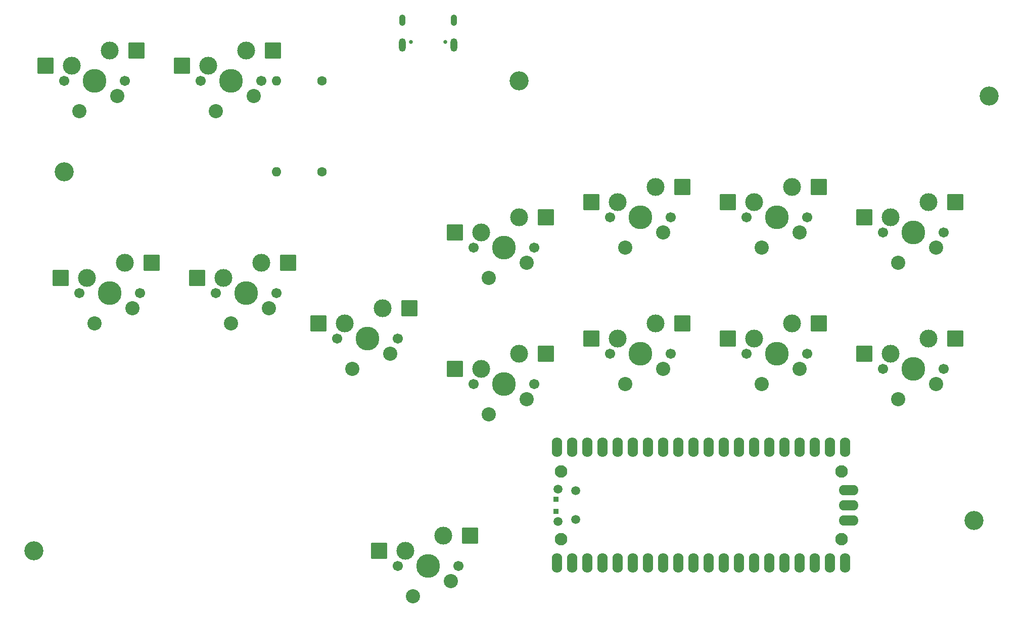
<source format=gbr>
%TF.GenerationSoftware,KiCad,Pcbnew,6.0.8-f2edbf62ab~116~ubuntu22.04.1*%
%TF.CreationDate,2022-10-10T15:37:59-06:00*%
%TF.ProjectId,PPP_pcb,5050505f-7063-4622-9e6b-696361645f70,rev?*%
%TF.SameCoordinates,Original*%
%TF.FileFunction,Soldermask,Bot*%
%TF.FilePolarity,Negative*%
%FSLAX46Y46*%
G04 Gerber Fmt 4.6, Leading zero omitted, Abs format (unit mm)*
G04 Created by KiCad (PCBNEW 6.0.8-f2edbf62ab~116~ubuntu22.04.1) date 2022-10-10 15:37:59*
%MOMM*%
%LPD*%
G01*
G04 APERTURE LIST*
G04 Aperture macros list*
%AMRoundRect*
0 Rectangle with rounded corners*
0 $1 Rounding radius*
0 $2 $3 $4 $5 $6 $7 $8 $9 X,Y pos of 4 corners*
0 Add a 4 corners polygon primitive as box body*
4,1,4,$2,$3,$4,$5,$6,$7,$8,$9,$2,$3,0*
0 Add four circle primitives for the rounded corners*
1,1,$1+$1,$2,$3*
1,1,$1+$1,$4,$5*
1,1,$1+$1,$6,$7*
1,1,$1+$1,$8,$9*
0 Add four rect primitives between the rounded corners*
20,1,$1+$1,$2,$3,$4,$5,0*
20,1,$1+$1,$4,$5,$6,$7,0*
20,1,$1+$1,$6,$7,$8,$9,0*
20,1,$1+$1,$8,$9,$2,$3,0*%
G04 Aperture macros list end*
%ADD10C,1.701800*%
%ADD11C,3.000000*%
%ADD12C,3.987800*%
%ADD13C,2.374900*%
%ADD14RoundRect,0.063500X-1.275000X-1.250000X1.275000X-1.250000X1.275000X1.250000X-1.275000X1.250000X0*%
%ADD15C,3.200000*%
%ADD16C,0.650000*%
%ADD17O,1.177000X2.227000*%
%ADD18O,1.027000X1.927000*%
%ADD19C,1.600000*%
%ADD20O,1.600000X1.600000*%
%ADD21C,1.500000*%
%ADD22C,2.100000*%
%ADD23O,1.727000X3.327000*%
%ADD24O,3.327000X1.727000*%
%ADD25RoundRect,0.063500X-0.400000X0.400000X-0.400000X-0.400000X0.400000X-0.400000X0.400000X0.400000X0*%
G04 APERTURE END LIST*
D10*
%TO.C,U$15*%
X205740000Y-91440000D03*
D11*
X213360000Y-86360000D03*
D10*
X215900000Y-91440000D03*
D12*
X210820000Y-91440000D03*
D11*
X207010000Y-88900000D03*
D13*
X214630000Y-93980000D03*
X208280000Y-96520000D03*
D14*
X202565000Y-88900000D03*
X217805000Y-86360000D03*
%TD*%
D10*
%TO.C,U$13*%
X170180000Y-96520000D03*
D12*
X165100000Y-96520000D03*
D11*
X161290000Y-93980000D03*
D10*
X160020000Y-96520000D03*
D11*
X167640000Y-91440000D03*
D13*
X168910000Y-99060000D03*
X162560000Y-101600000D03*
D14*
X156845000Y-93980000D03*
X172085000Y-91440000D03*
%TD*%
D12*
%TO.C,U$12*%
X233680000Y-71120000D03*
D10*
X238760000Y-71120000D03*
X228600000Y-71120000D03*
D11*
X229870000Y-68580000D03*
X236220000Y-66040000D03*
D13*
X237490000Y-73660000D03*
X231140000Y-76200000D03*
D14*
X225425000Y-68580000D03*
X240665000Y-66040000D03*
%TD*%
D10*
%TO.C,U$10*%
X182880000Y-68580000D03*
D12*
X187960000Y-68580000D03*
D11*
X184150000Y-66040000D03*
D10*
X193040000Y-68580000D03*
D11*
X190500000Y-63500000D03*
D13*
X191770000Y-71120000D03*
X185420000Y-73660000D03*
D14*
X179705000Y-66040000D03*
X194945000Y-63500000D03*
%TD*%
D15*
%TO.C,REF\u002A\u002A*%
X86360000Y-124460000D03*
%TD*%
%TO.C,REF\u002A\u002A*%
X246380000Y-48260000D03*
%TD*%
D16*
%TO.C,J5*%
X149510000Y-39240000D03*
X155290000Y-39240000D03*
D17*
X156720000Y-39740000D03*
D18*
X156720000Y-35560000D03*
D17*
X148080000Y-39740000D03*
D18*
X148080000Y-35560000D03*
%TD*%
D19*
%TO.C,R3*%
X134620000Y-45720000D03*
D20*
X127000000Y-45720000D03*
%TD*%
D15*
%TO.C,REF\u002A\u002A*%
X91440000Y-60960000D03*
%TD*%
D11*
%TO.C,U$16*%
X236220000Y-88900000D03*
D10*
X238760000Y-93980000D03*
X228600000Y-93980000D03*
D11*
X229870000Y-91440000D03*
D12*
X233680000Y-93980000D03*
D13*
X237490000Y-96520000D03*
X231140000Y-99060000D03*
D14*
X225425000Y-91440000D03*
X240665000Y-88900000D03*
%TD*%
D19*
%TO.C,R1*%
X134620000Y-60960000D03*
D20*
X127000000Y-60960000D03*
%TD*%
D11*
%TO.C,U$11*%
X207010000Y-66040000D03*
X213360000Y-63500000D03*
D12*
X210820000Y-68580000D03*
D10*
X215900000Y-68580000D03*
X205740000Y-68580000D03*
D13*
X214630000Y-71120000D03*
X208280000Y-73660000D03*
D14*
X202565000Y-66040000D03*
X217805000Y-63500000D03*
%TD*%
D15*
%TO.C,REF\u002A\u002A*%
X243840000Y-119380000D03*
%TD*%
D12*
%TO.C,U$18*%
X96520000Y-45720000D03*
D11*
X99060000Y-40640000D03*
X92710000Y-43180000D03*
D10*
X101600000Y-45720000D03*
X91440000Y-45720000D03*
D13*
X100330000Y-48260000D03*
X93980000Y-50800000D03*
D14*
X88265000Y-43180000D03*
X103505000Y-40640000D03*
%TD*%
D10*
%TO.C,U$6*%
X157480000Y-127000000D03*
X147320000Y-127000000D03*
D11*
X148590000Y-124460000D03*
D12*
X152400000Y-127000000D03*
D11*
X154940000Y-121920000D03*
D13*
X156210000Y-129540000D03*
X149860000Y-132080000D03*
D14*
X144145000Y-124460000D03*
X159385000Y-121920000D03*
%TD*%
D10*
%TO.C,U$14*%
X193040000Y-91440000D03*
X182880000Y-91440000D03*
D12*
X187960000Y-91440000D03*
D11*
X190500000Y-86360000D03*
X184150000Y-88900000D03*
D13*
X191770000Y-93980000D03*
X185420000Y-96520000D03*
D14*
X179705000Y-88900000D03*
X194945000Y-86360000D03*
%TD*%
D12*
%TO.C,U$2*%
X99060000Y-81280000D03*
D10*
X104140000Y-81280000D03*
X93980000Y-81280000D03*
D11*
X101600000Y-76200000D03*
X95250000Y-78740000D03*
D13*
X102870000Y-83820000D03*
X96520000Y-86360000D03*
D14*
X90805000Y-78740000D03*
X106045000Y-76200000D03*
%TD*%
D10*
%TO.C,U$8*%
X114300000Y-45720000D03*
X124460000Y-45720000D03*
D12*
X119380000Y-45720000D03*
D11*
X121920000Y-40640000D03*
X115570000Y-43180000D03*
D13*
X123190000Y-48260000D03*
X116840000Y-50800000D03*
D14*
X111125000Y-43180000D03*
X126365000Y-40640000D03*
%TD*%
D15*
%TO.C,REF\u002A\u002A*%
X167640000Y-45720000D03*
%TD*%
D10*
%TO.C,U$4*%
X127000000Y-81280000D03*
D11*
X124460000Y-76200000D03*
D10*
X116840000Y-81280000D03*
D12*
X121920000Y-81280000D03*
D11*
X118110000Y-78740000D03*
D13*
X125730000Y-83820000D03*
X119380000Y-86360000D03*
D14*
X113665000Y-78740000D03*
X128905000Y-76200000D03*
%TD*%
D11*
%TO.C,U$9*%
X161290000Y-71120000D03*
X167640000Y-68580000D03*
D12*
X165100000Y-73660000D03*
D10*
X170180000Y-73660000D03*
X160020000Y-73660000D03*
D13*
X168910000Y-76200000D03*
X162560000Y-78740000D03*
D14*
X156845000Y-71120000D03*
X172085000Y-68580000D03*
%TD*%
D10*
%TO.C,U$5*%
X137160000Y-88900000D03*
X147320000Y-88900000D03*
D11*
X144780000Y-83820000D03*
X138430000Y-86360000D03*
D12*
X142240000Y-88900000D03*
D13*
X146050000Y-91440000D03*
X139700000Y-93980000D03*
D14*
X133985000Y-86360000D03*
X149225000Y-83820000D03*
%TD*%
D21*
%TO.C,J1*%
X177150000Y-114415000D03*
X174120000Y-119565000D03*
X174120000Y-114115000D03*
D22*
X174620000Y-122540000D03*
X221620000Y-111140000D03*
X174620000Y-111140000D03*
D21*
X177150000Y-119265000D03*
D22*
X221620000Y-122540000D03*
D23*
X184150000Y-126530000D03*
X181610000Y-126530000D03*
X186690000Y-126530000D03*
X191770000Y-126530000D03*
X179070000Y-107150000D03*
X191770000Y-107150000D03*
X204470000Y-107150000D03*
X217170000Y-107150000D03*
D24*
X222820000Y-116840000D03*
D23*
X217170000Y-126530000D03*
X204470000Y-126530000D03*
X179070000Y-126530000D03*
X173990000Y-107150000D03*
X176530000Y-107150000D03*
X181610000Y-107150000D03*
X184150000Y-107150000D03*
X186690000Y-107150000D03*
X189230000Y-107150000D03*
X194310000Y-107150000D03*
X196850000Y-107150000D03*
X199390000Y-107150000D03*
X201930000Y-107150000D03*
X207010000Y-107150000D03*
X209550000Y-107150000D03*
X212090000Y-107150000D03*
X214630000Y-107150000D03*
X219710000Y-107150000D03*
X222250000Y-107150000D03*
X222250000Y-126530000D03*
X219710000Y-126530000D03*
X214630000Y-126530000D03*
X212090000Y-126530000D03*
X209550000Y-126530000D03*
X207010000Y-126530000D03*
X201930000Y-126530000D03*
X196850000Y-126530000D03*
X194310000Y-126530000D03*
X189230000Y-126530000D03*
X199390000Y-126530000D03*
D24*
X222820000Y-114300000D03*
X222820000Y-119380000D03*
D25*
X173820000Y-117840000D03*
X173820000Y-115840000D03*
D23*
X173990000Y-126530000D03*
X176530000Y-126530000D03*
%TD*%
M02*

</source>
